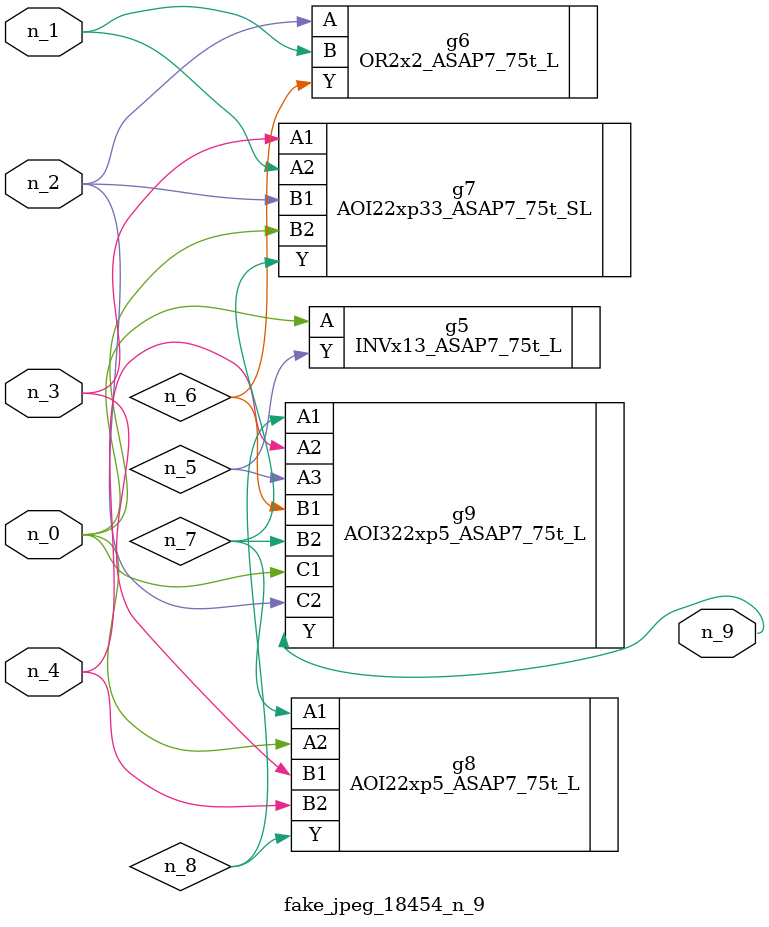
<source format=v>
module fake_jpeg_18454_n_9 (n_3, n_2, n_1, n_0, n_4, n_9);

input n_3;
input n_2;
input n_1;
input n_0;
input n_4;

output n_9;

wire n_8;
wire n_6;
wire n_5;
wire n_7;

INVx13_ASAP7_75t_L g5 ( 
.A(n_0),
.Y(n_5)
);

OR2x2_ASAP7_75t_L g6 ( 
.A(n_2),
.B(n_1),
.Y(n_6)
);

AOI22xp33_ASAP7_75t_SL g7 ( 
.A1(n_3),
.A2(n_1),
.B1(n_2),
.B2(n_0),
.Y(n_7)
);

AOI22xp5_ASAP7_75t_L g8 ( 
.A1(n_7),
.A2(n_0),
.B1(n_3),
.B2(n_4),
.Y(n_8)
);

AOI322xp5_ASAP7_75t_L g9 ( 
.A1(n_8),
.A2(n_4),
.A3(n_5),
.B1(n_6),
.B2(n_7),
.C1(n_0),
.C2(n_2),
.Y(n_9)
);


endmodule
</source>
